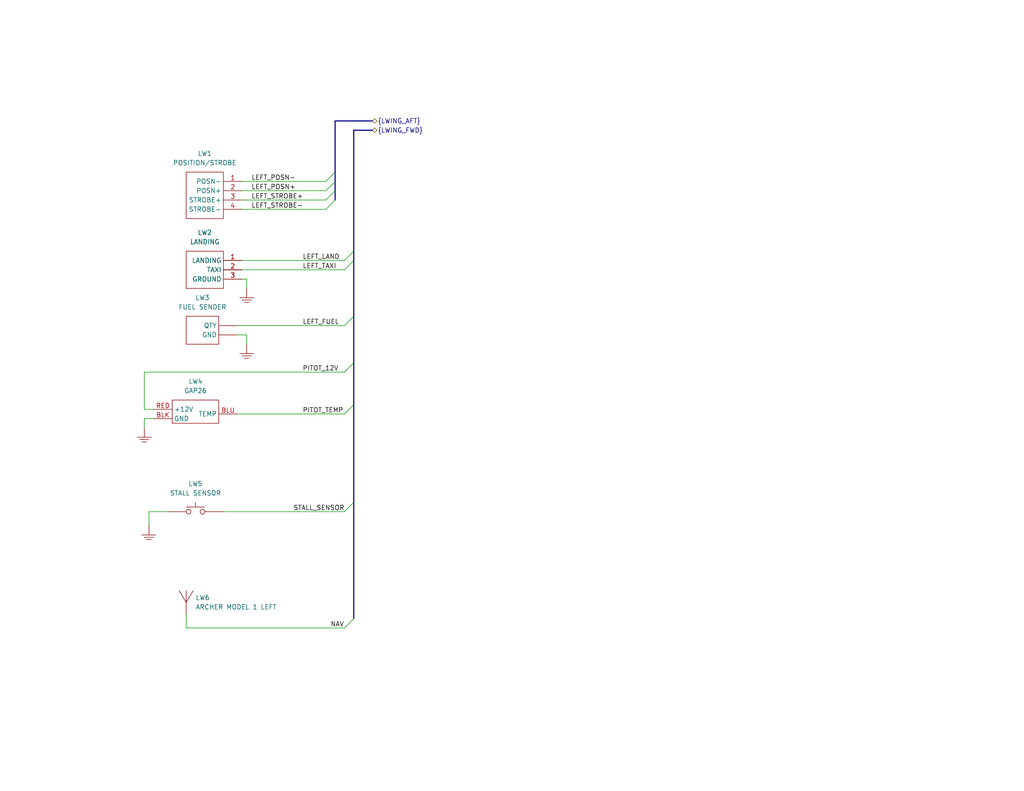
<source format=kicad_sch>
(kicad_sch (version 20250114) (generator "eeschema") (generator_version "9.0")
  (paper "USLetter")
  (title_block (title "RV-7 Electrical") (date "2025-08-19") (rev "1") (company "Ivan Dubrov"))
  (lib_symbols
    (symbol "FlyLeds:ESSENTIAL_LIGHTS"
      (property "Reference" "U" (at 0 0 0))
      (symbol "ESSENTIAL_LIGHTS_0_1"
        (rectangle (start -6.35 -2.54) (end 3.81 -15.24))
      )
      (symbol "ESSENTIAL_LIGHTS_1_0"
        (pin unspecified line (at 8.89 -5.08 180) (length 5.08) (name "POSN-") (number "1"))
        (pin unspecified line (at 8.89 -7.62 180) (length 5.08) (name "POSN+") (number "2"))
        (pin unspecified line (at 8.89 -10.16 180) (length 5.08) (name "STROBE+") (number "3"))
        (pin unspecified line (at 8.89 -12.7 180) (length 5.08) (name "STROBE-") (number "4"))
      )
    )
    (symbol "FlyLeds:TAIL_DRAGGER_MAX"
      (property "Reference" "U" (at 0 0 0))
      (symbol "TAIL_DRAGGER_MAX_0_1"
        (rectangle (start -3.81 -2.54) (end 6.35 -12.7))
      )
      (symbol "TAIL_DRAGGER_MAX_1_0"
        (pin power_in line (at 11.43 -5.08 180) (length 5.08) (name "LANDING") (number "1"))
        (pin power_in line (at 11.43 -7.62 180) (length 5.08) (name "TAXI") (number "2"))
        (pin power_in line (at 11.43 -10.16 180) (length 5.08) (name "GROUND") (number "3"))
      )
    )
    (symbol "Garmin:GAP26"
      (property "Reference" "U" (at 2.54 3.81 0))
      (symbol "GAP26_0_1"
        (rectangle (start -6.35 2.54) (end 6.35 -3.81))
      )
      (symbol "GAP26_1_0"
        (pin power_in line (at -11.43 0 0) (length 5.08) (name "+12V") (number "RED"))
        (pin power_in line (at -11.43 -2.54 0) (length 5.08) (name "GND") (number "BLK"))
        (pin output line (at 11.43 -1.27 180) (length 5.08) (name "TEMP") (number "BLU"))
      )
    )
    (symbol "Misc:ANTENNA" (pin_numbers (hide yes)) (pin_names (offset 0) (hide yes))
      (symbol "ANTENNA_0_1"
        (polyline (pts (xy 0 -3.175) (xy -1.905 0)))
        (polyline (pts (xy 0 -3.175) (xy 0 -3.175)))
        (polyline (pts (xy 0 -3.175) (xy 1.905 0)))
        (polyline (pts (xy 0 -6.35) (xy 0 0)))
      )
      (symbol "ANTENNA_1_0"
        (pin bidirectional line (at 0 -6.35 90) (length 0) (name "SIGNAL") (number ""))
      )
    )
    (symbol "Misc:GND" (power) (pin_numbers (hide yes)) (pin_names (offset 0) (hide yes))
      (symbol "GND_0_1"
        (polyline (pts (xy -1.905 -1.27) (xy 1.905 -1.27)))
        (polyline (pts (xy -1.27 -1.905) (xy 1.27 -1.905)))
        (polyline (pts (xy -0.635 -2.54) (xy 0.635 -2.54)))
        (polyline (pts (xy 0 1.27) (xy 0 -1.27)))
      )
      (symbol "GND_1_0"
        (pin power_in line (at 0 1.27 270) (length 0) (name "~") (number "1"))
      )
    )
    (symbol "Misc:SENDER" (pin_numbers (hide yes))
      (property "Reference" "U" (at 0 0 0))
      (symbol "SENDER_0_1"
        (rectangle (start -3.81 -2.54) (end 5.08 -10.16))
      )
      (symbol "SENDER_1_0"
        (pin output line (at 10.16 -5.08 180) (length 5.08) (name "QTY") (number "1"))
        (pin power_in line (at 10.16 -7.62 180) (length 5.08) (name "GND") (number "2"))
      )
    )
    (symbol "Misc:SWITCH" (pin_numbers (hide yes)) (pin_names (offset 0) (hide yes))
      (property "Reference" "U" (at 0 0 0))
      (symbol "SWITCH_0_1"
        (polyline (pts (xy -2.54 -2.54) (xy 2.54 -2.54)))
        (circle (center -1.905 -3.81) (radius 0.635))
        (polyline (pts (xy 0 -2.54) (xy 0 -1.27)))
        (circle (center 1.905 -3.81) (radius 0.635))
      )
      (symbol "SWITCH_1_0"
        (pin bidirectional line (at -7.62 -3.81 0) (length 5.08) (name "1") (number "1"))
        (pin bidirectional line (at 7.62 -3.81 180) (length 5.08) (name "2") (number "2"))
      )
    )
  )
  (bus_entry (at 96.52 137.16) (size -2.54 2.54))
  (bus_entry (at 96.52 110.49) (size -2.54 2.54))
  (bus_entry (at 91.44 54.61) (size -2.54 2.54))
  (bus_entry (at 96.52 71.12) (size -2.54 2.54))
  (bus_entry (at 96.52 68.58) (size -2.54 2.54))
  (bus_entry (at 96.52 99.06) (size -2.54 2.54))
  (bus_entry (at 96.52 168.91) (size -2.54 2.54))
  (bus_entry (at 96.52 86.36) (size -2.54 2.54))
  (bus_entry (at 91.44 49.53) (size -2.54 2.54))
  (bus_entry (at 91.44 46.99) (size -2.54 2.54))
  (bus_entry (at 91.44 52.07) (size -2.54 2.54))
  (wire (pts (xy 39.37 101.6) (xy 39.37 111.76)))
  (bus (pts (xy 91.44 52.07) (xy 91.44 54.61)))
  (wire (pts (xy 41.91 114.3) (xy 39.37 114.3)))
  (wire (pts (xy 64.77 113.03) (xy 93.98 113.03)))
  (wire (pts (xy 64.77 91.44) (xy 67.31 91.44)))
  (bus (pts (xy 91.44 46.99) (xy 91.44 49.53)))
  (wire (pts (xy 64.77 88.9) (xy 93.98 88.9)))
  (wire (pts (xy 40.64 139.7) (xy 40.64 143.51)))
  (wire (pts (xy 67.31 91.44) (xy 67.31 93.98)))
  (wire (pts (xy 66.04 52.07) (xy 88.9 52.07)))
  (bus (pts (xy 96.52 35.56) (xy 96.52 68.58)))
  (bus (pts (xy 101.6 33.02) (xy 91.44 33.02)))
  (bus (pts (xy 91.44 49.53) (xy 91.44 52.07)))
  (bus (pts (xy 96.52 71.12) (xy 96.52 86.36)))
  (wire (pts (xy 60.96 139.7) (xy 93.98 139.7)))
  (wire (pts (xy 39.37 114.3) (xy 39.37 116.84)))
  (bus (pts (xy 96.52 68.58) (xy 96.52 71.12)))
  (wire (pts (xy 66.04 49.53) (xy 88.9 49.53)))
  (wire (pts (xy 50.8 171.45) (xy 93.98 171.45)))
  (wire (pts (xy 50.8 171.45) (xy 50.8 167.64)))
  (bus (pts (xy 96.52 86.36) (xy 96.52 99.06)))
  (bus (pts (xy 101.6 35.56) (xy 96.52 35.56)))
  (wire (pts (xy 66.04 57.15) (xy 88.9 57.15)))
  (wire (pts (xy 66.04 73.66) (xy 93.98 73.66)))
  (bus (pts (xy 96.52 137.16) (xy 96.52 168.91)))
  (wire (pts (xy 66.04 71.12) (xy 93.98 71.12)))
  (wire (pts (xy 67.31 76.2) (xy 67.31 78.74)))
  (wire (pts (xy 66.04 54.61) (xy 88.9 54.61)))
  (bus (pts (xy 96.52 99.06) (xy 96.52 110.49)))
  (wire (pts (xy 66.04 76.2) (xy 67.31 76.2)))
  (wire (pts (xy 39.37 111.76) (xy 41.91 111.76)))
  (bus (pts (xy 96.52 110.49) (xy 96.52 137.16)))
  (wire (pts (xy 39.37 101.6) (xy 93.98 101.6)))
  (bus (pts (xy 91.44 33.02) (xy 91.44 46.99)))
  (wire (pts (xy 45.72 139.7) (xy 40.64 139.7)))
  (label "LEFT_STROBE+" (at 68.58 54.61 0))
  (label "LEFT_FUEL" (at 82.55 88.9 0))
  (label "LEFT_POSN-" (at 68.58 49.53 0))
  (label "STALL_SENSOR" (at 80.01 139.7 0))
  (label "LEFT_LAND" (at 82.55 71.12 0))
  (label "LEFT_POSN+" (at 68.58 52.07 0))
  (label "LEFT_TAXI" (at 82.55 73.66 0))
  (label "NAV" (at 90.17 171.45 0))
  (label "LEFT_STROBE-" (at 68.58 57.15 0))
  (label "PITOT_TEMP" (at 82.55 113.03 0))
  (label "PITOT_12V" (at 82.55 101.6 0))
  (hierarchical_label "{LWING_FWD}" (shape bidirectional) (at 101.6 35.56 0))
  (hierarchical_label "{LWING_AFT}" (shape bidirectional) (at 101.6 33.02 0))
  (symbol (lib_id "Misc:GND") (at 67.31 95.25 0) (unit 1)
    (property "Reference" "#PWR07" (effects (hide yes)))
    (property "Value" "GND" (effects (hide yes)))
  )
  (symbol (lib_id "Misc:ANTENNA") (at 50.8 161.29 0) (unit 1)
    (property "Reference" "LW6" (at 53.34 163.1949 0) (effects (justify left)))
    (property "Value" "ARCHER MODEL 1 LEFT" (at 53.34 165.7349 0) (effects (justify left)))
  )
  (symbol (lib_id "Misc:GND") (at 67.31 80.01 0) (unit 1)
    (property "Reference" "#PWR06" (effects (hide yes)))
    (property "Value" "GND" (effects (hide yes)))
  )
  (symbol (lib_id "Misc:SENDER") (at 54.61 83.82 0) (unit 1)
    (property "Reference" "LW3" (at 55.245 81.28 0))
    (property "Value" "FUEL SENDER" (at 55.245 83.82 0))
  )
  (symbol (lib_id "FlyLeds:ESSENTIAL_LIGHTS") (at 57.15 44.45 0) (unit 1)
    (property "Reference" "LW1" (at 55.88 41.91 0))
    (property "Value" "POSITION/STROBE" (at 55.88 44.45 0))
  )
  (symbol (lib_id "Garmin:GAP26") (at 53.34 111.76 0) (unit 1)
    (property "Reference" "LW4" (at 53.34 104.14 0))
    (property "Value" "GAP26" (at 53.34 106.68 0))
  )
  (symbol (lib_id "Misc:SWITCH") (at 53.34 135.89 0) (unit 1)
    (property "Reference" "LW5" (at 53.34 132.08 0))
    (property "Value" "STALL SENSOR" (at 53.34 134.62 0))
  )
  (symbol (lib_id "Misc:GND") (at 40.64 144.78 0) (unit 1)
    (property "Reference" "#PWR016" (effects (hide yes)))
    (property "Value" "GND" (effects (hide yes)))
  )
  (symbol (lib_id "Misc:GND") (at 39.37 118.11 0) (unit 1)
    (property "Reference" "#PWR09" (effects (hide yes)))
    (property "Value" "GND" (effects (hide yes)))
  )
  (symbol (lib_id "FlyLeds:TAIL_DRAGGER_MAX") (at 54.61 66.04 0) (unit 1)
    (property "Reference" "LW2" (at 55.88 63.5 0))
    (property "Value" "LANDING" (at 55.88 66.04 0))
  )
)
</source>
